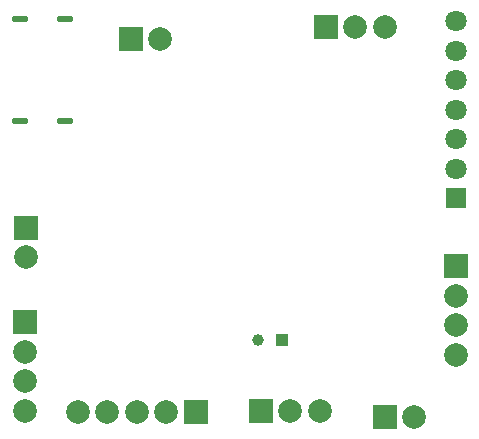
<source format=gbr>
G04*
G04 #@! TF.GenerationSoftware,Altium Limited,Altium Designer,22.4.2 (48)*
G04*
G04 Layer_Color=255*
%FSLAX25Y25*%
%MOIN*%
G70*
G04*
G04 #@! TF.SameCoordinates,BD52291B-EC81-4074-921C-677567915CDC*
G04*
G04*
G04 #@! TF.FilePolarity,Positive*
G04*
G01*
G75*
%ADD44R,0.03937X0.03937*%
%ADD57R,0.07874X0.07874*%
%ADD58C,0.07874*%
%ADD59C,0.07087*%
%ADD60R,0.07087X0.07087*%
%ADD61R,0.07874X0.07874*%
%ADD62C,0.03937*%
G04:AMPARAMS|DCode=63|XSize=55.12mil|YSize=19.68mil|CornerRadius=4.92mil|HoleSize=0mil|Usage=FLASHONLY|Rotation=0.000|XOffset=0mil|YOffset=0mil|HoleType=Round|Shape=RoundedRectangle|*
%AMROUNDEDRECTD63*
21,1,0.05512,0.00984,0,0,0.0*
21,1,0.04528,0.01968,0,0,0.0*
1,1,0.00984,0.02264,-0.00492*
1,1,0.00984,-0.02264,-0.00492*
1,1,0.00984,-0.02264,0.00492*
1,1,0.00984,0.02264,0.00492*
%
%ADD63ROUNDEDRECTD63*%
D44*
X93701Y31496D02*
D03*
D57*
X43307Y131890D02*
D03*
X108268Y135827D02*
D03*
X127953Y5906D02*
D03*
X86614Y7874D02*
D03*
X64961Y7480D02*
D03*
D58*
X53150Y131890D02*
D03*
X118110Y135827D02*
D03*
X127953D02*
D03*
X8268Y59055D02*
D03*
X151575Y46260D02*
D03*
Y36417D02*
D03*
Y26575D02*
D03*
X137795Y5906D02*
D03*
X96457Y7874D02*
D03*
X106299D02*
D03*
X35433Y7480D02*
D03*
X45276D02*
D03*
X55118D02*
D03*
X25591D02*
D03*
X7874Y27559D02*
D03*
Y17717D02*
D03*
Y7874D02*
D03*
D59*
X151575Y137795D02*
D03*
Y127953D02*
D03*
Y118110D02*
D03*
Y88583D02*
D03*
Y98425D02*
D03*
Y108268D02*
D03*
D60*
Y78740D02*
D03*
D61*
X8268Y68898D02*
D03*
X151575Y56102D02*
D03*
X7874Y37402D02*
D03*
D62*
X85827Y31496D02*
D03*
D63*
X6299Y104528D02*
D03*
X21260D02*
D03*
Y138543D02*
D03*
X6299D02*
D03*
M02*

</source>
